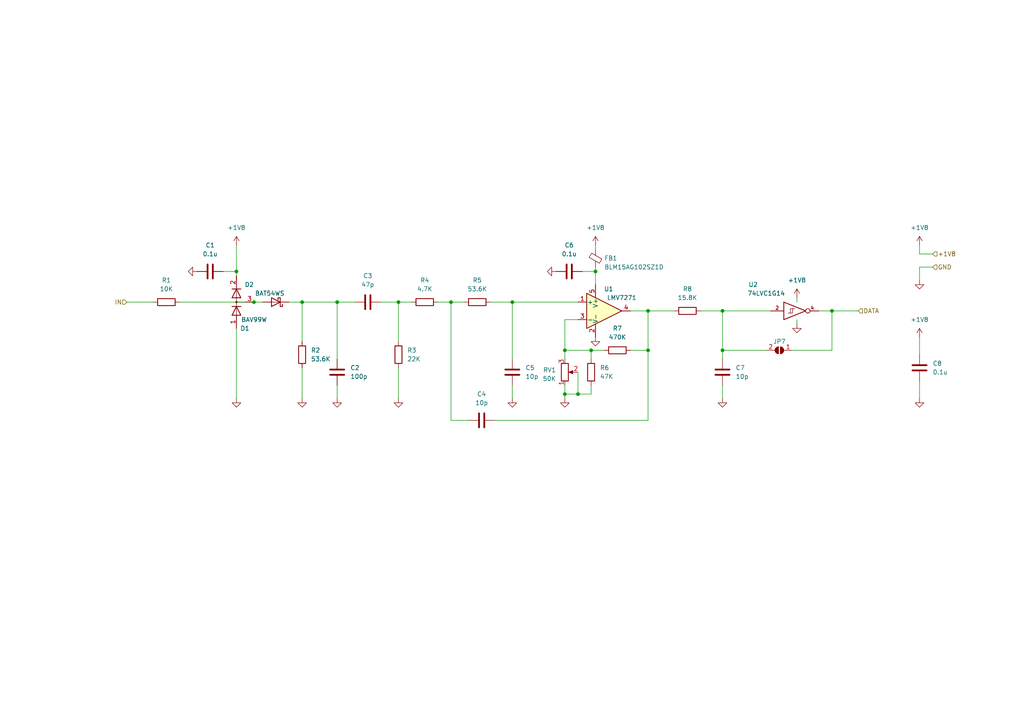
<source format=kicad_sch>
(kicad_sch (version 20221206) (generator eeschema)

  (uuid e71cbde1-8d43-4450-8a5d-ad6ba7566a5d)

  (paper "A4")

  (lib_symbols
    (symbol "74xGxx:74LVC1G14" (pin_names (offset 1.016)) (in_bom yes) (on_board yes)
      (property "Reference" "U" (at -2.54 3.81 0)
        (effects (font (size 1.27 1.27)))
      )
      (property "Value" "74LVC1G14" (at 0 -3.81 0)
        (effects (font (size 1.27 1.27)))
      )
      (property "Footprint" "" (at 0 0 0)
        (effects (font (size 1.27 1.27)) hide)
      )
      (property "Datasheet" "http://www.ti.com/lit/sg/scyt129e/scyt129e.pdf" (at 0 0 0)
        (effects (font (size 1.27 1.27)) hide)
      )
      (property "ki_keywords" "Single Gate NOT Schmitt LVC CMOS" (at 0 0 0)
        (effects (font (size 1.27 1.27)) hide)
      )
      (property "ki_description" "Single Schmitt NOT Gate, Low-Voltage CMOS" (at 0 0 0)
        (effects (font (size 1.27 1.27)) hide)
      )
      (property "ki_fp_filters" "SOT* SG-*" (at 0 0 0)
        (effects (font (size 1.27 1.27)) hide)
      )
      (symbol "74LVC1G14_0_1"
        (polyline
          (pts
            (xy -1.905 -0.635)
            (xy -1.27 -0.635)
            (xy -1.27 0.635)
          )
          (stroke (width 0) (type default))
          (fill (type none))
        )
        (polyline
          (pts
            (xy -3.81 2.54)
            (xy -3.81 -2.54)
            (xy 2.54 0)
            (xy -3.81 2.54)
          )
          (stroke (width 0.254) (type default))
          (fill (type none))
        )
        (polyline
          (pts
            (xy -2.54 -0.635)
            (xy -1.905 -0.635)
            (xy -1.905 0.635)
            (xy -0.635 0.635)
          )
          (stroke (width 0) (type default))
          (fill (type none))
        )
      )
      (symbol "74LVC1G14_1_1"
        (pin input line (at -7.62 0 0) (length 3.81)
          (name "~" (effects (font (size 1.016 1.016))))
          (number "2" (effects (font (size 1.016 1.016))))
        )
        (pin power_in line (at 0 -2.54 270) (length 0) hide
          (name "GND" (effects (font (size 1.016 1.016))))
          (number "3" (effects (font (size 1.016 1.016))))
        )
        (pin output inverted (at 6.35 0 180) (length 3.81)
          (name "~" (effects (font (size 1.016 1.016))))
          (number "4" (effects (font (size 1.016 1.016))))
        )
        (pin power_in line (at 0 2.54 90) (length 0) hide
          (name "VCC" (effects (font (size 1.016 1.016))))
          (number "5" (effects (font (size 1.016 1.016))))
        )
      )
    )
    (symbol "Comparator:LMV7271" (pin_names (offset 0.127)) (in_bom yes) (on_board yes)
      (property "Reference" "U" (at 1.27 5.08 0)
        (effects (font (size 1.27 1.27)))
      )
      (property "Value" "LMV7271" (at 3.81 -5.08 0)
        (effects (font (size 1.27 1.27)))
      )
      (property "Footprint" "" (at 0 2.54 0)
        (effects (font (size 1.27 1.27)) hide)
      )
      (property "Datasheet" "http://www.ti.com/lit/ds/symlink/lmv7271.pdf" (at 0 5.08 0)
        (effects (font (size 1.27 1.27)) hide)
      )
      (property "ki_keywords" "cmp" (at 0 0 0)
        (effects (font (size 1.27 1.27)) hide)
      )
      (property "ki_description" "Single, 1.8V Low Power, Rail-to-Rail Input, Push-Pull Output Comparator, SOT-23-5/SC-70-5" (at 0 0 0)
        (effects (font (size 1.27 1.27)) hide)
      )
      (property "ki_fp_filters" "SOT?23* *SC?70*" (at 0 0 0)
        (effects (font (size 1.27 1.27)) hide)
      )
      (symbol "LMV7271_0_1"
        (polyline
          (pts
            (xy -5.08 5.08)
            (xy 5.08 0)
            (xy -5.08 -5.08)
            (xy -5.08 5.08)
          )
          (stroke (width 0.254) (type default))
          (fill (type background))
        )
      )
      (symbol "LMV7271_1_1"
        (pin input line (at -7.62 2.54 0) (length 2.54)
          (name "+" (effects (font (size 1.27 1.27))))
          (number "1" (effects (font (size 1.27 1.27))))
        )
        (pin power_in line (at -2.54 -7.62 90) (length 3.81)
          (name "V-" (effects (font (size 1.27 1.27))))
          (number "2" (effects (font (size 1.27 1.27))))
        )
        (pin input line (at -7.62 -2.54 0) (length 2.54)
          (name "-" (effects (font (size 1.27 1.27))))
          (number "3" (effects (font (size 1.27 1.27))))
        )
        (pin output line (at 7.62 0 180) (length 2.54)
          (name "~" (effects (font (size 1.27 1.27))))
          (number "4" (effects (font (size 1.27 1.27))))
        )
        (pin power_in line (at -2.54 7.62 270) (length 3.81)
          (name "V+" (effects (font (size 1.27 1.27))))
          (number "5" (effects (font (size 1.27 1.27))))
        )
      )
    )
    (symbol "Device:C" (pin_numbers hide) (pin_names (offset 0.254)) (in_bom yes) (on_board yes)
      (property "Reference" "C" (at 0.635 2.54 0)
        (effects (font (size 1.27 1.27)) (justify left))
      )
      (property "Value" "C" (at 0.635 -2.54 0)
        (effects (font (size 1.27 1.27)) (justify left))
      )
      (property "Footprint" "" (at 0.9652 -3.81 0)
        (effects (font (size 1.27 1.27)) hide)
      )
      (property "Datasheet" "~" (at 0 0 0)
        (effects (font (size 1.27 1.27)) hide)
      )
      (property "ki_keywords" "cap capacitor" (at 0 0 0)
        (effects (font (size 1.27 1.27)) hide)
      )
      (property "ki_description" "Unpolarized capacitor" (at 0 0 0)
        (effects (font (size 1.27 1.27)) hide)
      )
      (property "ki_fp_filters" "C_*" (at 0 0 0)
        (effects (font (size 1.27 1.27)) hide)
      )
      (symbol "C_0_1"
        (polyline
          (pts
            (xy -2.032 -0.762)
            (xy 2.032 -0.762)
          )
          (stroke (width 0.508) (type default))
          (fill (type none))
        )
        (polyline
          (pts
            (xy -2.032 0.762)
            (xy 2.032 0.762)
          )
          (stroke (width 0.508) (type default))
          (fill (type none))
        )
      )
      (symbol "C_1_1"
        (pin passive line (at 0 3.81 270) (length 2.794)
          (name "~" (effects (font (size 1.27 1.27))))
          (number "1" (effects (font (size 1.27 1.27))))
        )
        (pin passive line (at 0 -3.81 90) (length 2.794)
          (name "~" (effects (font (size 1.27 1.27))))
          (number "2" (effects (font (size 1.27 1.27))))
        )
      )
    )
    (symbol "Device:D_Dual_Series_AKC" (pin_names (offset 0.762) hide) (in_bom yes) (on_board yes)
      (property "Reference" "D" (at 1.27 -2.54 0)
        (effects (font (size 1.27 1.27)))
      )
      (property "Value" "D_Dual_Series_AKC" (at 0 2.54 0)
        (effects (font (size 1.27 1.27)))
      )
      (property "Footprint" "" (at 0 0 0)
        (effects (font (size 1.27 1.27)) hide)
      )
      (property "Datasheet" "~" (at 0 0 0)
        (effects (font (size 1.27 1.27)) hide)
      )
      (property "ki_keywords" "diode" (at 0 0 0)
        (effects (font (size 1.27 1.27)) hide)
      )
      (property "ki_description" "Dual diode, anode/cathode/center" (at 0 0 0)
        (effects (font (size 1.27 1.27)) hide)
      )
      (symbol "D_Dual_Series_AKC_0_1"
        (polyline
          (pts
            (xy -3.81 0)
            (xy 3.81 0)
          )
          (stroke (width 0) (type default))
          (fill (type none))
        )
        (polyline
          (pts
            (xy 0 0)
            (xy 0 -2.54)
          )
          (stroke (width 0) (type default))
          (fill (type none))
        )
        (polyline
          (pts
            (xy 6.35 0)
            (xy 7.62 0)
          )
          (stroke (width 0) (type default))
          (fill (type none))
        )
        (polyline
          (pts
            (xy -1.27 -1.27)
            (xy -1.27 1.27)
            (xy -1.27 1.27)
          )
          (stroke (width 0.254) (type default))
          (fill (type none))
        )
        (polyline
          (pts
            (xy 3.81 1.27)
            (xy 3.81 -1.27)
            (xy 3.81 -1.27)
          )
          (stroke (width 0.254) (type default))
          (fill (type none))
        )
        (polyline
          (pts
            (xy -3.81 1.27)
            (xy -1.27 0)
            (xy -3.81 -1.27)
            (xy -3.81 1.27)
            (xy -3.81 1.27)
            (xy -3.81 1.27)
          )
          (stroke (width 0.254) (type default))
          (fill (type none))
        )
        (polyline
          (pts
            (xy 1.27 1.27)
            (xy 3.81 0)
            (xy 1.27 -1.27)
            (xy 1.27 1.27)
            (xy 1.27 1.27)
            (xy 1.27 1.27)
          )
          (stroke (width 0.254) (type default))
          (fill (type none))
        )
        (circle (center 0 0) (radius 0.254)
          (stroke (width 0) (type default))
          (fill (type outline))
        )
        (pin passive line (at -7.62 0 0) (length 3.81)
          (name "A" (effects (font (size 1.27 1.27))))
          (number "1" (effects (font (size 1.27 1.27))))
        )
        (pin passive line (at 7.62 0 180) (length 3.81)
          (name "K" (effects (font (size 1.27 1.27))))
          (number "2" (effects (font (size 1.27 1.27))))
        )
        (pin passive line (at 0 -5.08 90) (length 2.54)
          (name "common" (effects (font (size 1.27 1.27))))
          (number "3" (effects (font (size 1.27 1.27))))
        )
      )
    )
    (symbol "Device:D_Schottky" (pin_numbers hide) (pin_names (offset 1.016) hide) (in_bom yes) (on_board yes)
      (property "Reference" "D" (at 0 2.54 0)
        (effects (font (size 1.27 1.27)))
      )
      (property "Value" "D_Schottky" (at 0 -2.54 0)
        (effects (font (size 1.27 1.27)))
      )
      (property "Footprint" "" (at 0 0 0)
        (effects (font (size 1.27 1.27)) hide)
      )
      (property "Datasheet" "~" (at 0 0 0)
        (effects (font (size 1.27 1.27)) hide)
      )
      (property "ki_keywords" "diode Schottky" (at 0 0 0)
        (effects (font (size 1.27 1.27)) hide)
      )
      (property "ki_description" "Schottky diode" (at 0 0 0)
        (effects (font (size 1.27 1.27)) hide)
      )
      (property "ki_fp_filters" "TO-???* *_Diode_* *SingleDiode* D_*" (at 0 0 0)
        (effects (font (size 1.27 1.27)) hide)
      )
      (symbol "D_Schottky_0_1"
        (polyline
          (pts
            (xy 1.27 0)
            (xy -1.27 0)
          )
          (stroke (width 0) (type default))
          (fill (type none))
        )
        (polyline
          (pts
            (xy 1.27 1.27)
            (xy 1.27 -1.27)
            (xy -1.27 0)
            (xy 1.27 1.27)
          )
          (stroke (width 0.254) (type default))
          (fill (type none))
        )
        (polyline
          (pts
            (xy -1.905 0.635)
            (xy -1.905 1.27)
            (xy -1.27 1.27)
            (xy -1.27 -1.27)
            (xy -0.635 -1.27)
            (xy -0.635 -0.635)
          )
          (stroke (width 0.254) (type default))
          (fill (type none))
        )
      )
      (symbol "D_Schottky_1_1"
        (pin passive line (at -3.81 0 0) (length 2.54)
          (name "K" (effects (font (size 1.27 1.27))))
          (number "1" (effects (font (size 1.27 1.27))))
        )
        (pin passive line (at 3.81 0 180) (length 2.54)
          (name "A" (effects (font (size 1.27 1.27))))
          (number "2" (effects (font (size 1.27 1.27))))
        )
      )
    )
    (symbol "Device:FerriteBead_Small" (pin_numbers hide) (pin_names (offset 0)) (in_bom yes) (on_board yes)
      (property "Reference" "FB" (at 1.905 1.27 0)
        (effects (font (size 1.27 1.27)) (justify left))
      )
      (property "Value" "FerriteBead_Small" (at 1.905 -1.27 0)
        (effects (font (size 1.27 1.27)) (justify left))
      )
      (property "Footprint" "" (at -1.778 0 90)
        (effects (font (size 1.27 1.27)) hide)
      )
      (property "Datasheet" "~" (at 0 0 0)
        (effects (font (size 1.27 1.27)) hide)
      )
      (property "ki_keywords" "L ferrite bead inductor filter" (at 0 0 0)
        (effects (font (size 1.27 1.27)) hide)
      )
      (property "ki_description" "Ferrite bead, small symbol" (at 0 0 0)
        (effects (font (size 1.27 1.27)) hide)
      )
      (property "ki_fp_filters" "Inductor_* L_* *Ferrite*" (at 0 0 0)
        (effects (font (size 1.27 1.27)) hide)
      )
      (symbol "FerriteBead_Small_0_1"
        (polyline
          (pts
            (xy 0 -1.27)
            (xy 0 -0.7874)
          )
          (stroke (width 0) (type default))
          (fill (type none))
        )
        (polyline
          (pts
            (xy 0 0.889)
            (xy 0 1.2954)
          )
          (stroke (width 0) (type default))
          (fill (type none))
        )
        (polyline
          (pts
            (xy -1.8288 0.2794)
            (xy -1.1176 1.4986)
            (xy 1.8288 -0.2032)
            (xy 1.1176 -1.4224)
            (xy -1.8288 0.2794)
          )
          (stroke (width 0) (type default))
          (fill (type none))
        )
      )
      (symbol "FerriteBead_Small_1_1"
        (pin passive line (at 0 2.54 270) (length 1.27)
          (name "~" (effects (font (size 1.27 1.27))))
          (number "1" (effects (font (size 1.27 1.27))))
        )
        (pin passive line (at 0 -2.54 90) (length 1.27)
          (name "~" (effects (font (size 1.27 1.27))))
          (number "2" (effects (font (size 1.27 1.27))))
        )
      )
    )
    (symbol "Device:R" (pin_numbers hide) (pin_names (offset 0)) (in_bom yes) (on_board yes)
      (property "Reference" "R" (at 2.032 0 90)
        (effects (font (size 1.27 1.27)))
      )
      (property "Value" "R" (at 0 0 90)
        (effects (font (size 1.27 1.27)))
      )
      (property "Footprint" "" (at -1.778 0 90)
        (effects (font (size 1.27 1.27)) hide)
      )
      (property "Datasheet" "~" (at 0 0 0)
        (effects (font (size 1.27 1.27)) hide)
      )
      (property "ki_keywords" "R res resistor" (at 0 0 0)
        (effects (font (size 1.27 1.27)) hide)
      )
      (property "ki_description" "Resistor" (at 0 0 0)
        (effects (font (size 1.27 1.27)) hide)
      )
      (property "ki_fp_filters" "R_*" (at 0 0 0)
        (effects (font (size 1.27 1.27)) hide)
      )
      (symbol "R_0_1"
        (rectangle (start -1.016 -2.54) (end 1.016 2.54)
          (stroke (width 0.254) (type default))
          (fill (type none))
        )
      )
      (symbol "R_1_1"
        (pin passive line (at 0 3.81 270) (length 1.27)
          (name "~" (effects (font (size 1.27 1.27))))
          (number "1" (effects (font (size 1.27 1.27))))
        )
        (pin passive line (at 0 -3.81 90) (length 1.27)
          (name "~" (effects (font (size 1.27 1.27))))
          (number "2" (effects (font (size 1.27 1.27))))
        )
      )
    )
    (symbol "Device:R_Potentiometer" (pin_names (offset 1.016) hide) (in_bom yes) (on_board yes)
      (property "Reference" "RV" (at -4.445 0 90)
        (effects (font (size 1.27 1.27)))
      )
      (property "Value" "R_Potentiometer" (at -2.54 0 90)
        (effects (font (size 1.27 1.27)))
      )
      (property "Footprint" "" (at 0 0 0)
        (effects (font (size 1.27 1.27)) hide)
      )
      (property "Datasheet" "~" (at 0 0 0)
        (effects (font (size 1.27 1.27)) hide)
      )
      (property "ki_keywords" "resistor variable" (at 0 0 0)
        (effects (font (size 1.27 1.27)) hide)
      )
      (property "ki_description" "Potentiometer" (at 0 0 0)
        (effects (font (size 1.27 1.27)) hide)
      )
      (property "ki_fp_filters" "Potentiometer*" (at 0 0 0)
        (effects (font (size 1.27 1.27)) hide)
      )
      (symbol "R_Potentiometer_0_1"
        (polyline
          (pts
            (xy 2.54 0)
            (xy 1.524 0)
          )
          (stroke (width 0) (type default))
          (fill (type none))
        )
        (polyline
          (pts
            (xy 1.143 0)
            (xy 2.286 0.508)
            (xy 2.286 -0.508)
            (xy 1.143 0)
          )
          (stroke (width 0) (type default))
          (fill (type outline))
        )
        (rectangle (start 1.016 2.54) (end -1.016 -2.54)
          (stroke (width 0.254) (type default))
          (fill (type none))
        )
      )
      (symbol "R_Potentiometer_1_1"
        (pin passive line (at 0 3.81 270) (length 1.27)
          (name "1" (effects (font (size 1.27 1.27))))
          (number "1" (effects (font (size 1.27 1.27))))
        )
        (pin passive line (at 3.81 0 180) (length 1.27)
          (name "2" (effects (font (size 1.27 1.27))))
          (number "2" (effects (font (size 1.27 1.27))))
        )
        (pin passive line (at 0 -3.81 90) (length 1.27)
          (name "3" (effects (font (size 1.27 1.27))))
          (number "3" (effects (font (size 1.27 1.27))))
        )
      )
    )
    (symbol "Jumper:SolderJumper_2_Open" (pin_names (offset 0) hide) (in_bom yes) (on_board yes)
      (property "Reference" "JP" (at 0 2.032 0)
        (effects (font (size 1.27 1.27)))
      )
      (property "Value" "SolderJumper_2_Open" (at 0 -2.54 0)
        (effects (font (size 1.27 1.27)))
      )
      (property "Footprint" "" (at 0 0 0)
        (effects (font (size 1.27 1.27)) hide)
      )
      (property "Datasheet" "~" (at 0 0 0)
        (effects (font (size 1.27 1.27)) hide)
      )
      (property "ki_keywords" "solder jumper SPST" (at 0 0 0)
        (effects (font (size 1.27 1.27)) hide)
      )
      (property "ki_description" "Solder Jumper, 2-pole, open" (at 0 0 0)
        (effects (font (size 1.27 1.27)) hide)
      )
      (property "ki_fp_filters" "SolderJumper*Open*" (at 0 0 0)
        (effects (font (size 1.27 1.27)) hide)
      )
      (symbol "SolderJumper_2_Open_0_1"
        (arc (start -0.254 1.016) (mid -1.2656 0) (end -0.254 -1.016)
          (stroke (width 0) (type default))
          (fill (type none))
        )
        (arc (start -0.254 1.016) (mid -1.2656 0) (end -0.254 -1.016)
          (stroke (width 0) (type default))
          (fill (type outline))
        )
        (polyline
          (pts
            (xy -0.254 1.016)
            (xy -0.254 -1.016)
          )
          (stroke (width 0) (type default))
          (fill (type none))
        )
        (polyline
          (pts
            (xy 0.254 1.016)
            (xy 0.254 -1.016)
          )
          (stroke (width 0) (type default))
          (fill (type none))
        )
        (arc (start 0.254 -1.016) (mid 1.2656 0) (end 0.254 1.016)
          (stroke (width 0) (type default))
          (fill (type none))
        )
        (arc (start 0.254 -1.016) (mid 1.2656 0) (end 0.254 1.016)
          (stroke (width 0) (type default))
          (fill (type outline))
        )
      )
      (symbol "SolderJumper_2_Open_1_1"
        (pin passive line (at -3.81 0 0) (length 2.54)
          (name "A" (effects (font (size 1.27 1.27))))
          (number "1" (effects (font (size 1.27 1.27))))
        )
        (pin passive line (at 3.81 0 180) (length 2.54)
          (name "B" (effects (font (size 1.27 1.27))))
          (number "2" (effects (font (size 1.27 1.27))))
        )
      )
    )
    (symbol "power:+1V8" (power) (pin_names (offset 0)) (in_bom yes) (on_board yes)
      (property "Reference" "#PWR" (at 0 -3.81 0)
        (effects (font (size 1.27 1.27)) hide)
      )
      (property "Value" "+1V8" (at 0 3.556 0)
        (effects (font (size 1.27 1.27)))
      )
      (property "Footprint" "" (at 0 0 0)
        (effects (font (size 1.27 1.27)) hide)
      )
      (property "Datasheet" "" (at 0 0 0)
        (effects (font (size 1.27 1.27)) hide)
      )
      (property "ki_keywords" "power-flag" (at 0 0 0)
        (effects (font (size 1.27 1.27)) hide)
      )
      (property "ki_description" "Power symbol creates a global label with name \"+1V8\"" (at 0 0 0)
        (effects (font (size 1.27 1.27)) hide)
      )
      (symbol "+1V8_0_1"
        (polyline
          (pts
            (xy -0.762 1.27)
            (xy 0 2.54)
          )
          (stroke (width 0) (type default))
          (fill (type none))
        )
        (polyline
          (pts
            (xy 0 0)
            (xy 0 2.54)
          )
          (stroke (width 0) (type default))
          (fill (type none))
        )
        (polyline
          (pts
            (xy 0 2.54)
            (xy 0.762 1.27)
          )
          (stroke (width 0) (type default))
          (fill (type none))
        )
      )
      (symbol "+1V8_1_1"
        (pin power_in line (at 0 0 90) (length 0) hide
          (name "+1V8" (effects (font (size 1.27 1.27))))
          (number "1" (effects (font (size 1.27 1.27))))
        )
      )
    )
    (symbol "power:GND" (power) (pin_names (offset 0)) (in_bom yes) (on_board yes)
      (property "Reference" "#PWR" (at 0 -6.35 0)
        (effects (font (size 1.27 1.27)) hide)
      )
      (property "Value" "GND" (at 0 -3.81 0)
        (effects (font (size 1.27 1.27)))
      )
      (property "Footprint" "" (at 0 0 0)
        (effects (font (size 1.27 1.27)) hide)
      )
      (property "Datasheet" "" (at 0 0 0)
        (effects (font (size 1.27 1.27)) hide)
      )
      (property "ki_keywords" "power-flag" (at 0 0 0)
        (effects (font (size 1.27 1.27)) hide)
      )
      (property "ki_description" "Power symbol creates a global label with name \"GND\" , ground" (at 0 0 0)
        (effects (font (size 1.27 1.27)) hide)
      )
      (symbol "GND_0_1"
        (polyline
          (pts
            (xy 0 0)
            (xy 0 -1.27)
            (xy 1.27 -1.27)
            (xy 0 -2.54)
            (xy -1.27 -1.27)
            (xy 0 -1.27)
          )
          (stroke (width 0) (type default))
          (fill (type none))
        )
      )
      (symbol "GND_1_1"
        (pin power_in line (at 0 0 270) (length 0) hide
          (name "GND" (effects (font (size 1.27 1.27))))
          (number "1" (effects (font (size 1.27 1.27))))
        )
      )
    )
  )

  (junction (at 97.79 87.63) (diameter 0) (color 0 0 0 0)
    (uuid 00de7870-9a00-4d11-bbdf-d8a627943be2)
  )
  (junction (at 241.3 90.17) (diameter 0) (color 0 0 0 0)
    (uuid 06fa2f0f-58fa-4a66-b725-26bebcf85d6c)
  )
  (junction (at 163.83 101.6) (diameter 0) (color 0 0 0 0)
    (uuid 0c288d37-ec53-4198-bb26-6a95969e019e)
  )
  (junction (at 187.96 101.6) (diameter 0) (color 0 0 0 0)
    (uuid 0cb27898-4be0-4d24-be60-ed136bed9225)
  )
  (junction (at 163.83 114.3) (diameter 0) (color 0 0 0 0)
    (uuid 2b752bd0-9b45-41ab-a677-ccbe0c2e7385)
  )
  (junction (at 68.58 78.74) (diameter 0) (color 0 0 0 0)
    (uuid 31a1520c-732c-4761-9a7f-e90116d2b726)
  )
  (junction (at 172.72 78.74) (diameter 0) (color 0 0 0 0)
    (uuid 32ee224b-4743-49d3-a4fe-83205dc0a0e7)
  )
  (junction (at 148.59 87.63) (diameter 0) (color 0 0 0 0)
    (uuid 51ae223c-35e8-421e-a8f1-db785661a0a2)
  )
  (junction (at 209.55 90.17) (diameter 0) (color 0 0 0 0)
    (uuid 5838832d-4e5d-453d-9e6b-72ceb0ce0f56)
  )
  (junction (at 87.63 87.63) (diameter 0) (color 0 0 0 0)
    (uuid 737ec7ec-c661-471b-962d-e783af865cd7)
  )
  (junction (at 171.45 101.6) (diameter 0) (color 0 0 0 0)
    (uuid 7b2beea6-f2d7-4f1c-adb9-5376838efeef)
  )
  (junction (at 73.66 87.63) (diameter 0) (color 0 0 0 0)
    (uuid 8080ac33-807c-4867-9595-40dd22b45ce7)
  )
  (junction (at 167.64 114.3) (diameter 0) (color 0 0 0 0)
    (uuid 991c80ec-e9b5-4d8e-bd4a-e2c5f56ebe4c)
  )
  (junction (at 209.55 101.6) (diameter 0) (color 0 0 0 0)
    (uuid ae87fef0-d7f3-4874-919f-b47aefd57dfb)
  )
  (junction (at 115.57 87.63) (diameter 0) (color 0 0 0 0)
    (uuid bb20baa0-267e-4287-a6dc-e0210b334bfb)
  )
  (junction (at 187.96 90.17) (diameter 0) (color 0 0 0 0)
    (uuid cb0ef679-1507-4205-afd2-88badc865905)
  )
  (junction (at 130.81 87.63) (diameter 0) (color 0 0 0 0)
    (uuid df5d19aa-6fce-4077-bed8-e4224e2be31f)
  )

  (wire (pts (xy 130.81 121.92) (xy 130.81 87.63))
    (stroke (width 0) (type default))
    (uuid 007c8fd1-41af-4c6b-9e52-068d7325f559)
  )
  (wire (pts (xy 270.51 77.47) (xy 266.7 77.47))
    (stroke (width 0) (type default))
    (uuid 0291dd08-6d6a-4fc2-888b-b4c939cf2275)
  )
  (wire (pts (xy 175.26 101.6) (xy 171.45 101.6))
    (stroke (width 0) (type default))
    (uuid 0a59740e-b8a0-4713-806e-795f54f81008)
  )
  (wire (pts (xy 87.63 106.68) (xy 87.63 115.57))
    (stroke (width 0) (type default))
    (uuid 0c613798-b279-46df-b30b-bca81e077689)
  )
  (wire (pts (xy 163.83 111.76) (xy 163.83 114.3))
    (stroke (width 0) (type default))
    (uuid 14044878-65bf-4fde-9792-5f1dadae9816)
  )
  (wire (pts (xy 68.58 95.25) (xy 68.58 115.57))
    (stroke (width 0) (type default))
    (uuid 175923ec-6c24-4f44-8b79-a2d24d0d4978)
  )
  (wire (pts (xy 187.96 90.17) (xy 182.88 90.17))
    (stroke (width 0) (type default))
    (uuid 1940cb0c-cbfd-4e00-88a5-5caaf713fd20)
  )
  (wire (pts (xy 266.7 110.49) (xy 266.7 115.57))
    (stroke (width 0) (type default))
    (uuid 1b781cf8-c822-43c0-b5e8-b14505be3f3b)
  )
  (wire (pts (xy 163.83 92.71) (xy 167.64 92.71))
    (stroke (width 0) (type default))
    (uuid 3ed8332b-6701-4ad4-a88d-4390004669f9)
  )
  (wire (pts (xy 209.55 90.17) (xy 209.55 101.6))
    (stroke (width 0) (type default))
    (uuid 455b2a94-2095-46d6-a7e4-776193697236)
  )
  (wire (pts (xy 172.72 77.47) (xy 172.72 78.74))
    (stroke (width 0) (type default))
    (uuid 466b39ac-32bb-4038-8cba-b26ebf557ff1)
  )
  (wire (pts (xy 97.79 104.14) (xy 97.79 87.63))
    (stroke (width 0) (type default))
    (uuid 4ac6e9f9-d5f7-411f-b1d5-ef00b897d5b8)
  )
  (wire (pts (xy 187.96 101.6) (xy 182.88 101.6))
    (stroke (width 0) (type default))
    (uuid 4b3eefa7-eeb0-41b6-8f2f-1f603e27a518)
  )
  (wire (pts (xy 163.83 115.57) (xy 163.83 114.3))
    (stroke (width 0) (type default))
    (uuid 4d70c09c-15b9-4ac1-95c2-485622b4f187)
  )
  (wire (pts (xy 172.72 72.39) (xy 172.72 71.12))
    (stroke (width 0) (type default))
    (uuid 4f0a3459-1fe5-4a37-a87f-e891478e3147)
  )
  (wire (pts (xy 266.7 71.12) (xy 266.7 73.66))
    (stroke (width 0) (type default))
    (uuid 524b8a33-5f40-4e8c-92e9-f6e40348096f)
  )
  (wire (pts (xy 241.3 90.17) (xy 237.49 90.17))
    (stroke (width 0) (type default))
    (uuid 549805ad-7db2-4bb7-a0c0-7c4b61211705)
  )
  (wire (pts (xy 168.91 78.74) (xy 172.72 78.74))
    (stroke (width 0) (type default))
    (uuid 54efe2bc-1d32-4702-8e45-00b5a64880d4)
  )
  (wire (pts (xy 73.66 87.63) (xy 76.2 87.63))
    (stroke (width 0) (type default))
    (uuid 55f4e76f-083a-43f6-a816-846bf5a2468c)
  )
  (wire (pts (xy 127 87.63) (xy 130.81 87.63))
    (stroke (width 0) (type default))
    (uuid 580b2420-58e7-413f-9699-c58c126cd0b8)
  )
  (wire (pts (xy 97.79 111.76) (xy 97.79 115.57))
    (stroke (width 0) (type default))
    (uuid 5933404b-400d-4a57-8c62-22f1c0639707)
  )
  (wire (pts (xy 209.55 101.6) (xy 222.25 101.6))
    (stroke (width 0) (type default))
    (uuid 5942c6e8-3df2-4e49-a6cc-7864a1c2238a)
  )
  (wire (pts (xy 248.92 90.17) (xy 241.3 90.17))
    (stroke (width 0) (type default))
    (uuid 5ecdc307-b27a-4248-9609-496557f1d725)
  )
  (wire (pts (xy 83.82 87.63) (xy 87.63 87.63))
    (stroke (width 0) (type default))
    (uuid 60edfdb8-8a1b-401b-891b-c4196f22b6fc)
  )
  (wire (pts (xy 68.58 78.74) (xy 68.58 80.01))
    (stroke (width 0) (type default))
    (uuid 6711c7ea-c737-4090-a961-4158fb0e191b)
  )
  (wire (pts (xy 64.77 78.74) (xy 68.58 78.74))
    (stroke (width 0) (type default))
    (uuid 68718a24-68c9-4a0f-b3b1-72a7e7eafd0e)
  )
  (wire (pts (xy 68.58 71.12) (xy 68.58 78.74))
    (stroke (width 0) (type default))
    (uuid 69279710-c43a-4d8e-a416-c3c9947980a1)
  )
  (wire (pts (xy 163.83 104.14) (xy 163.83 101.6))
    (stroke (width 0) (type default))
    (uuid 6aef9c96-dccb-4d2d-9620-b87d2dd4d03c)
  )
  (wire (pts (xy 171.45 101.6) (xy 171.45 104.14))
    (stroke (width 0) (type default))
    (uuid 6b8d42b0-2308-45ad-8ebe-0f5b9d0c0a23)
  )
  (wire (pts (xy 148.59 87.63) (xy 167.64 87.63))
    (stroke (width 0) (type default))
    (uuid 6cff9fc6-ea2f-410f-af17-b50630b43eb6)
  )
  (wire (pts (xy 209.55 101.6) (xy 209.55 104.14))
    (stroke (width 0) (type default))
    (uuid 6d487b32-d022-4cae-9e13-c19cd2f77bb6)
  )
  (wire (pts (xy 148.59 111.76) (xy 148.59 115.57))
    (stroke (width 0) (type default))
    (uuid 6f334e12-a766-4f2a-b19f-888c7db8a4eb)
  )
  (wire (pts (xy 270.51 73.66) (xy 266.7 73.66))
    (stroke (width 0) (type default))
    (uuid 78bd4f40-91a4-4375-a2ab-8221c1bbe7ee)
  )
  (wire (pts (xy 115.57 106.68) (xy 115.57 115.57))
    (stroke (width 0) (type default))
    (uuid 7c2e1171-b664-4323-a563-bc9e2bff93e5)
  )
  (wire (pts (xy 130.81 121.92) (xy 135.89 121.92))
    (stroke (width 0) (type default))
    (uuid 7ceb2689-007c-491b-859d-eedb6dda0d04)
  )
  (wire (pts (xy 148.59 104.14) (xy 148.59 87.63))
    (stroke (width 0) (type default))
    (uuid 7d7cb5d3-d26a-481e-b79f-1e5735a8439c)
  )
  (wire (pts (xy 52.07 87.63) (xy 73.66 87.63))
    (stroke (width 0) (type default))
    (uuid 7fd546e3-39c4-4f7d-b06a-c0a686a92755)
  )
  (wire (pts (xy 231.14 92.71) (xy 231.14 93.98))
    (stroke (width 0) (type default))
    (uuid 8388a833-fae5-451b-953a-a3ee643d439d)
  )
  (wire (pts (xy 163.83 114.3) (xy 167.64 114.3))
    (stroke (width 0) (type default))
    (uuid 840ad59f-665f-44c7-8cc3-9ace3481d655)
  )
  (wire (pts (xy 115.57 87.63) (xy 115.57 99.06))
    (stroke (width 0) (type default))
    (uuid 857d94da-cf0c-4afe-b8b6-75130a2ce4b1)
  )
  (wire (pts (xy 172.72 78.74) (xy 172.72 82.55))
    (stroke (width 0) (type default))
    (uuid 86f17567-4836-4f54-a47b-1ec4b83579bc)
  )
  (wire (pts (xy 110.49 87.63) (xy 115.57 87.63))
    (stroke (width 0) (type default))
    (uuid 87d98712-f065-4192-ba02-217c72bf1fb9)
  )
  (wire (pts (xy 87.63 87.63) (xy 87.63 99.06))
    (stroke (width 0) (type default))
    (uuid 89a30c68-8f86-4b6f-bc70-6530a84bf042)
  )
  (wire (pts (xy 231.14 86.36) (xy 231.14 87.63))
    (stroke (width 0) (type default))
    (uuid 90933b37-2e85-460c-971d-c6bb6dc69cdc)
  )
  (wire (pts (xy 143.51 121.92) (xy 187.96 121.92))
    (stroke (width 0) (type default))
    (uuid 97aefa04-92fd-470a-aec9-6035cc497ba0)
  )
  (wire (pts (xy 171.45 111.76) (xy 171.45 114.3))
    (stroke (width 0) (type default))
    (uuid 99309bdd-af5d-4398-b2e2-78673856ff0f)
  )
  (wire (pts (xy 203.2 90.17) (xy 209.55 90.17))
    (stroke (width 0) (type default))
    (uuid 9c9fbf37-c949-4a7c-9765-7a6f7fc61319)
  )
  (wire (pts (xy 266.7 77.47) (xy 266.7 81.28))
    (stroke (width 0) (type default))
    (uuid a1a11db1-9a61-47c5-9593-5147d0d5aaf3)
  )
  (wire (pts (xy 209.55 111.76) (xy 209.55 115.57))
    (stroke (width 0) (type default))
    (uuid a98ff767-6c6e-4e6e-9133-ace79b8658ef)
  )
  (wire (pts (xy 142.24 87.63) (xy 148.59 87.63))
    (stroke (width 0) (type default))
    (uuid aef50d13-68f2-466e-99b6-1be352c19f5a)
  )
  (wire (pts (xy 97.79 87.63) (xy 102.87 87.63))
    (stroke (width 0) (type default))
    (uuid be30ab90-2e23-4ec0-9ae5-36448abb3732)
  )
  (wire (pts (xy 36.83 87.63) (xy 44.45 87.63))
    (stroke (width 0) (type default))
    (uuid c145811c-51dd-4acb-b97b-e91816b42548)
  )
  (wire (pts (xy 171.45 101.6) (xy 163.83 101.6))
    (stroke (width 0) (type default))
    (uuid c8496845-3a6b-4178-bb51-81266661d605)
  )
  (wire (pts (xy 241.3 101.6) (xy 241.3 90.17))
    (stroke (width 0) (type default))
    (uuid c9861731-4e89-4fca-83d3-e952596d30bc)
  )
  (wire (pts (xy 167.64 107.95) (xy 167.64 114.3))
    (stroke (width 0) (type default))
    (uuid cd90ded9-4112-4b09-8690-01d2491c0172)
  )
  (wire (pts (xy 209.55 90.17) (xy 223.52 90.17))
    (stroke (width 0) (type default))
    (uuid d69927cb-6a86-4469-a5ed-a01d1f721836)
  )
  (wire (pts (xy 266.7 97.79) (xy 266.7 102.87))
    (stroke (width 0) (type default))
    (uuid d9061a9f-a855-45e3-bf69-9154e348c39d)
  )
  (wire (pts (xy 87.63 87.63) (xy 97.79 87.63))
    (stroke (width 0) (type default))
    (uuid df1ed28d-839f-46f8-9d6d-fa79449015c8)
  )
  (wire (pts (xy 167.64 114.3) (xy 171.45 114.3))
    (stroke (width 0) (type default))
    (uuid e2a086e2-a69b-4d38-b80d-f6f527488285)
  )
  (wire (pts (xy 115.57 87.63) (xy 119.38 87.63))
    (stroke (width 0) (type default))
    (uuid e421bd4d-5040-4e2f-8cc1-eff1ac3833e9)
  )
  (wire (pts (xy 187.96 121.92) (xy 187.96 101.6))
    (stroke (width 0) (type default))
    (uuid ea8f69cd-e8dd-4f5d-afd8-cfe96b43f956)
  )
  (wire (pts (xy 195.58 90.17) (xy 187.96 90.17))
    (stroke (width 0) (type default))
    (uuid f707fa9f-996f-40f3-b25e-a369a8f43124)
  )
  (wire (pts (xy 130.81 87.63) (xy 134.62 87.63))
    (stroke (width 0) (type default))
    (uuid f7918e07-877e-428c-a25e-1765efa9587c)
  )
  (wire (pts (xy 229.87 101.6) (xy 241.3 101.6))
    (stroke (width 0) (type default))
    (uuid fb08085b-cbd6-4840-96ab-5e4e715463cd)
  )
  (wire (pts (xy 187.96 101.6) (xy 187.96 90.17))
    (stroke (width 0) (type default))
    (uuid fcc85f85-6144-4606-bb87-0dcc01eebf46)
  )
  (wire (pts (xy 163.83 101.6) (xy 163.83 92.71))
    (stroke (width 0) (type default))
    (uuid ff312b7a-6b99-49b1-9f76-8dfbe7acbaaf)
  )

  (hierarchical_label "GND" (shape input) (at 270.51 77.47 0) (fields_autoplaced)
    (effects (font (size 1.27 1.27)) (justify left))
    (uuid 70c3f533-1608-474d-b776-a6560e725976)
  )
  (hierarchical_label "IN" (shape input) (at 36.83 87.63 180) (fields_autoplaced)
    (effects (font (size 1.27 1.27)) (justify right))
    (uuid b7e76614-091a-469f-ab0f-aaa0fa415b87)
  )
  (hierarchical_label "DATA" (shape input) (at 248.92 90.17 0) (fields_autoplaced)
    (effects (font (size 1.27 1.27)) (justify left))
    (uuid c192b8ca-0ff8-4c67-b007-49c965aef5d6)
  )
  (hierarchical_label "+1V8" (shape input) (at 270.51 73.66 0) (fields_autoplaced)
    (effects (font (size 1.27 1.27)) (justify left))
    (uuid e8320d20-534e-46e0-a34d-817a0b86fb46)
  )

  (symbol (lib_id "power:+1V8") (at 266.7 97.79 0) (unit 1)
    (in_bom yes) (on_board yes) (dnp no) (fields_autoplaced)
    (uuid 01aa758e-f8a8-43d3-b90a-83818fc53529)
    (property "Reference" "#PWR027" (at 266.7 101.6 0)
      (effects (font (size 1.27 1.27)) hide)
    )
    (property "Value" "+1V8" (at 266.7 92.71 0)
      (effects (font (size 1.27 1.27)))
    )
    (property "Footprint" "" (at 266.7 97.79 0)
      (effects (font (size 1.27 1.27)) hide)
    )
    (property "Datasheet" "" (at 266.7 97.79 0)
      (effects (font (size 1.27 1.27)) hide)
    )
    (pin "1" (uuid 57fc0ff2-b30f-4e01-baac-c0a77d14a3cd))
    (instances
      (project "Kampela"
        (path "/472e0f49-51e5-4b9c-a9f6-6aed0741c677/67eb4c15-878d-4392-8f98-b0db1677ce0d"
          (reference "#PWR027") (unit 1)
        )
      )
    )
  )

  (symbol (lib_id "power:GND") (at 87.63 115.57 0) (unit 1)
    (in_bom yes) (on_board yes) (dnp no) (fields_autoplaced)
    (uuid 0539ef8b-b983-4ca7-a253-7c124575010a)
    (property "Reference" "#PWR014" (at 87.63 121.92 0)
      (effects (font (size 1.27 1.27)) hide)
    )
    (property "Value" "GND" (at 87.63 120.65 0)
      (effects (font (size 1.27 1.27)) hide)
    )
    (property "Footprint" "" (at 87.63 115.57 0)
      (effects (font (size 1.27 1.27)) hide)
    )
    (property "Datasheet" "" (at 87.63 115.57 0)
      (effects (font (size 1.27 1.27)) hide)
    )
    (pin "1" (uuid 0a42f56c-f5e8-4b82-9cb5-8e5780969e81))
    (instances
      (project "Kampela"
        (path "/472e0f49-51e5-4b9c-a9f6-6aed0741c677/67eb4c15-878d-4392-8f98-b0db1677ce0d"
          (reference "#PWR014") (unit 1)
        )
      )
    )
  )

  (symbol (lib_id "Device:R") (at 138.43 87.63 270) (unit 1)
    (in_bom yes) (on_board yes) (dnp no) (fields_autoplaced)
    (uuid 0c83e882-6571-41f8-999a-28ac40d7e999)
    (property "Reference" "R5" (at 138.43 81.28 90)
      (effects (font (size 1.27 1.27)))
    )
    (property "Value" "53.6K" (at 138.43 83.82 90)
      (effects (font (size 1.27 1.27)))
    )
    (property "Footprint" "Resistor_SMD:R_0402_1005Metric" (at 138.43 85.852 90)
      (effects (font (size 1.27 1.27)) hide)
    )
    (property "Datasheet" "~" (at 138.43 87.63 0)
      (effects (font (size 1.27 1.27)) hide)
    )
    (pin "1" (uuid acda1d65-0a0a-4d9d-914a-512c9450b503))
    (pin "2" (uuid 5d8c8369-4cac-4227-900e-bb0fbacfde62))
    (instances
      (project "Kampela"
        (path "/472e0f49-51e5-4b9c-a9f6-6aed0741c677/67eb4c15-878d-4392-8f98-b0db1677ce0d"
          (reference "R5") (unit 1)
        )
      )
    )
  )

  (symbol (lib_id "Device:C") (at 209.55 107.95 0) (unit 1)
    (in_bom yes) (on_board yes) (dnp no) (fields_autoplaced)
    (uuid 0ce4c908-2449-4852-9dcc-a4dbd1cee101)
    (property "Reference" "C7" (at 213.36 106.6799 0)
      (effects (font (size 1.27 1.27)) (justify left))
    )
    (property "Value" "10p" (at 213.36 109.2199 0)
      (effects (font (size 1.27 1.27)) (justify left))
    )
    (property "Footprint" "Capacitor_SMD:C_0402_1005Metric" (at 210.5152 111.76 0)
      (effects (font (size 1.27 1.27)) hide)
    )
    (property "Datasheet" "~" (at 209.55 107.95 0)
      (effects (font (size 1.27 1.27)) hide)
    )
    (pin "1" (uuid 3e5e7ec7-05db-4291-b478-c6e40a3a4fc2))
    (pin "2" (uuid c170abb8-7095-4d5d-af51-8c29903f9a41))
    (instances
      (project "Kampela"
        (path "/472e0f49-51e5-4b9c-a9f6-6aed0741c677/67eb4c15-878d-4392-8f98-b0db1677ce0d"
          (reference "C7") (unit 1)
        )
      )
    )
  )

  (symbol (lib_id "power:GND") (at 148.59 115.57 0) (unit 1)
    (in_bom yes) (on_board yes) (dnp no) (fields_autoplaced)
    (uuid 0e3d41e1-3c08-4789-adc6-49c37c2005b0)
    (property "Reference" "#PWR017" (at 148.59 121.92 0)
      (effects (font (size 1.27 1.27)) hide)
    )
    (property "Value" "GND" (at 148.59 120.65 0)
      (effects (font (size 1.27 1.27)) hide)
    )
    (property "Footprint" "" (at 148.59 115.57 0)
      (effects (font (size 1.27 1.27)) hide)
    )
    (property "Datasheet" "" (at 148.59 115.57 0)
      (effects (font (size 1.27 1.27)) hide)
    )
    (pin "1" (uuid aec0e536-9f42-4b65-8ef3-b026dab46123))
    (instances
      (project "Kampela"
        (path "/472e0f49-51e5-4b9c-a9f6-6aed0741c677/67eb4c15-878d-4392-8f98-b0db1677ce0d"
          (reference "#PWR017") (unit 1)
        )
      )
    )
  )

  (symbol (lib_id "power:GND") (at 57.15 78.74 270) (unit 1)
    (in_bom yes) (on_board yes) (dnp no) (fields_autoplaced)
    (uuid 119d999a-be8e-4f51-8971-e0dd4113037b)
    (property "Reference" "#PWR011" (at 50.8 78.74 0)
      (effects (font (size 1.27 1.27)) hide)
    )
    (property "Value" "GND" (at 52.07 78.74 0)
      (effects (font (size 1.27 1.27)) hide)
    )
    (property "Footprint" "" (at 57.15 78.74 0)
      (effects (font (size 1.27 1.27)) hide)
    )
    (property "Datasheet" "" (at 57.15 78.74 0)
      (effects (font (size 1.27 1.27)) hide)
    )
    (pin "1" (uuid 275d2889-bc64-4128-87a8-a36e9b2b8c91))
    (instances
      (project "Kampela"
        (path "/472e0f49-51e5-4b9c-a9f6-6aed0741c677/67eb4c15-878d-4392-8f98-b0db1677ce0d"
          (reference "#PWR011") (unit 1)
        )
      )
    )
  )

  (symbol (lib_id "power:GND") (at 231.14 93.98 0) (unit 1)
    (in_bom yes) (on_board yes) (dnp no) (fields_autoplaced)
    (uuid 11f4868a-5ce5-463b-837e-2ca529663979)
    (property "Reference" "#PWR024" (at 231.14 100.33 0)
      (effects (font (size 1.27 1.27)) hide)
    )
    (property "Value" "GND" (at 231.14 99.06 0)
      (effects (font (size 1.27 1.27)) hide)
    )
    (property "Footprint" "" (at 231.14 93.98 0)
      (effects (font (size 1.27 1.27)) hide)
    )
    (property "Datasheet" "" (at 231.14 93.98 0)
      (effects (font (size 1.27 1.27)) hide)
    )
    (pin "1" (uuid 3d710620-d5f6-4366-ad26-97436f4025f7))
    (instances
      (project "Kampela"
        (path "/472e0f49-51e5-4b9c-a9f6-6aed0741c677/67eb4c15-878d-4392-8f98-b0db1677ce0d"
          (reference "#PWR024") (unit 1)
        )
      )
    )
  )

  (symbol (lib_id "Comparator:LMV7271") (at 175.26 90.17 0) (unit 1)
    (in_bom yes) (on_board yes) (dnp no)
    (uuid 371d1979-8e48-4352-a3d6-cf8a718c7500)
    (property "Reference" "U1" (at 176.53 83.82 0)
      (effects (font (size 1.27 1.27)))
    )
    (property "Value" "LMV7271" (at 180.34 86.36 0)
      (effects (font (size 1.27 1.27)))
    )
    (property "Footprint" "Package_TO_SOT_SMD:SOT-353_SC-70-5" (at 175.26 87.63 0)
      (effects (font (size 1.27 1.27)) hide)
    )
    (property "Datasheet" "http://www.ti.com/lit/ds/symlink/lmv7271.pdf" (at 175.26 85.09 0)
      (effects (font (size 1.27 1.27)) hide)
    )
    (pin "1" (uuid 3b36f16f-e17d-42c4-88c7-f51f77ddb59a))
    (pin "2" (uuid a37d5180-00f7-4610-9acc-54e7eb22e4c7))
    (pin "3" (uuid 4399abb4-58f5-4cf8-98ac-83b037389e51))
    (pin "4" (uuid d48486a9-f29b-4728-b780-5c3fbe838079))
    (pin "5" (uuid 2590a9d7-4c53-411c-842e-22955363760f))
    (instances
      (project "Kampela"
        (path "/472e0f49-51e5-4b9c-a9f6-6aed0741c677/67eb4c15-878d-4392-8f98-b0db1677ce0d"
          (reference "U1") (unit 1)
        )
      )
    )
  )

  (symbol (lib_id "power:GND") (at 209.55 115.57 0) (unit 1)
    (in_bom yes) (on_board yes) (dnp no) (fields_autoplaced)
    (uuid 3ee8f3c1-267a-4cf8-9f66-0c825eebc1be)
    (property "Reference" "#PWR022" (at 209.55 121.92 0)
      (effects (font (size 1.27 1.27)) hide)
    )
    (property "Value" "GND" (at 209.55 120.65 0)
      (effects (font (size 1.27 1.27)) hide)
    )
    (property "Footprint" "" (at 209.55 115.57 0)
      (effects (font (size 1.27 1.27)) hide)
    )
    (property "Datasheet" "" (at 209.55 115.57 0)
      (effects (font (size 1.27 1.27)) hide)
    )
    (pin "1" (uuid f882e344-ea3d-47e9-b42a-e292124fe34f))
    (instances
      (project "Kampela"
        (path "/472e0f49-51e5-4b9c-a9f6-6aed0741c677/67eb4c15-878d-4392-8f98-b0db1677ce0d"
          (reference "#PWR022") (unit 1)
        )
      )
    )
  )

  (symbol (lib_id "Device:R") (at 179.07 101.6 270) (unit 1)
    (in_bom yes) (on_board yes) (dnp no) (fields_autoplaced)
    (uuid 4447b78d-57f3-4961-a119-93a1157d6149)
    (property "Reference" "R7" (at 179.07 95.25 90)
      (effects (font (size 1.27 1.27)))
    )
    (property "Value" "470K" (at 179.07 97.79 90)
      (effects (font (size 1.27 1.27)))
    )
    (property "Footprint" "Resistor_SMD:R_0402_1005Metric" (at 179.07 99.822 90)
      (effects (font (size 1.27 1.27)) hide)
    )
    (property "Datasheet" "~" (at 179.07 101.6 0)
      (effects (font (size 1.27 1.27)) hide)
    )
    (pin "1" (uuid 113dd5e5-977b-4956-a16b-44666a78431e))
    (pin "2" (uuid 2a0752de-5e47-4a36-aefd-6468c869caca))
    (instances
      (project "Kampela"
        (path "/472e0f49-51e5-4b9c-a9f6-6aed0741c677/67eb4c15-878d-4392-8f98-b0db1677ce0d"
          (reference "R7") (unit 1)
        )
      )
    )
  )

  (symbol (lib_id "Device:R") (at 171.45 107.95 0) (unit 1)
    (in_bom yes) (on_board yes) (dnp no) (fields_autoplaced)
    (uuid 5232d687-323c-47f3-8577-bddb659de042)
    (property "Reference" "R6" (at 173.99 106.6799 0)
      (effects (font (size 1.27 1.27)) (justify left))
    )
    (property "Value" "47K" (at 173.99 109.2199 0)
      (effects (font (size 1.27 1.27)) (justify left))
    )
    (property "Footprint" "Resistor_SMD:R_0402_1005Metric" (at 169.672 107.95 90)
      (effects (font (size 1.27 1.27)) hide)
    )
    (property "Datasheet" "~" (at 171.45 107.95 0)
      (effects (font (size 1.27 1.27)) hide)
    )
    (pin "1" (uuid 594597c5-cb6e-4b6d-a711-8f429c5e0e4c))
    (pin "2" (uuid 86a89329-0e3e-4ae4-8f23-40be931d5b91))
    (instances
      (project "Kampela"
        (path "/472e0f49-51e5-4b9c-a9f6-6aed0741c677/67eb4c15-878d-4392-8f98-b0db1677ce0d"
          (reference "R6") (unit 1)
        )
      )
    )
  )

  (symbol (lib_id "Device:R") (at 123.19 87.63 270) (unit 1)
    (in_bom yes) (on_board yes) (dnp no) (fields_autoplaced)
    (uuid 53149cbb-4127-492d-bee1-6779296a429e)
    (property "Reference" "R4" (at 123.19 81.28 90)
      (effects (font (size 1.27 1.27)))
    )
    (property "Value" "4.7K" (at 123.19 83.82 90)
      (effects (font (size 1.27 1.27)))
    )
    (property "Footprint" "Resistor_SMD:R_0402_1005Metric" (at 123.19 85.852 90)
      (effects (font (size 1.27 1.27)) hide)
    )
    (property "Datasheet" "~" (at 123.19 87.63 0)
      (effects (font (size 1.27 1.27)) hide)
    )
    (pin "1" (uuid bb50eef7-d492-427e-9d65-18a9dc104c2c))
    (pin "2" (uuid b7bfd89a-a1b6-45df-8110-56eaa32159ad))
    (instances
      (project "Kampela"
        (path "/472e0f49-51e5-4b9c-a9f6-6aed0741c677/67eb4c15-878d-4392-8f98-b0db1677ce0d"
          (reference "R4") (unit 1)
        )
      )
    )
  )

  (symbol (lib_id "Device:R") (at 48.26 87.63 90) (unit 1)
    (in_bom yes) (on_board yes) (dnp no) (fields_autoplaced)
    (uuid 58d641e3-fc40-471f-a8ef-053f2694a9ed)
    (property "Reference" "R1" (at 48.26 81.28 90)
      (effects (font (size 1.27 1.27)))
    )
    (property "Value" "10K" (at 48.26 83.82 90)
      (effects (font (size 1.27 1.27)))
    )
    (property "Footprint" "Resistor_SMD:R_0402_1005Metric" (at 48.26 89.408 90)
      (effects (font (size 1.27 1.27)) hide)
    )
    (property "Datasheet" "~" (at 48.26 87.63 0)
      (effects (font (size 1.27 1.27)) hide)
    )
    (pin "1" (uuid 0a4873e1-aaba-4edf-b3ea-9eef45eac607))
    (pin "2" (uuid a7bca8fd-be1d-4eb4-a3c7-c08a5e2effea))
    (instances
      (project "Kampela"
        (path "/472e0f49-51e5-4b9c-a9f6-6aed0741c677/67eb4c15-878d-4392-8f98-b0db1677ce0d"
          (reference "R1") (unit 1)
        )
      )
    )
  )

  (symbol (lib_id "Device:R_Potentiometer") (at 163.83 107.95 0) (mirror x) (unit 1)
    (in_bom yes) (on_board yes) (dnp no)
    (uuid 58e35e35-957d-4cbd-8e8b-6d3d99790dc3)
    (property "Reference" "RV1" (at 161.29 107.315 0)
      (effects (font (size 1.27 1.27)) (justify right))
    )
    (property "Value" "50K" (at 161.29 109.855 0)
      (effects (font (size 1.27 1.27)) (justify right))
    )
    (property "Footprint" "123123:Potentiometer_Bourns_TC33X_Vertical" (at 163.83 107.95 0)
      (effects (font (size 1.27 1.27)) hide)
    )
    (property "Datasheet" "~" (at 163.83 107.95 0)
      (effects (font (size 1.27 1.27)) hide)
    )
    (pin "1" (uuid bd8ebb1a-00af-492d-8b4e-c4a7d14a6809))
    (pin "2" (uuid 73975106-a606-4866-a9d5-e6dd849ebb6a))
    (pin "3" (uuid ac66f3c7-819c-49de-801d-98d9109c787d))
    (instances
      (project "Kampela"
        (path "/472e0f49-51e5-4b9c-a9f6-6aed0741c677/67eb4c15-878d-4392-8f98-b0db1677ce0d"
          (reference "RV1") (unit 1)
        )
      )
    )
  )

  (symbol (lib_id "power:GND") (at 161.29 78.74 270) (unit 1)
    (in_bom yes) (on_board yes) (dnp no) (fields_autoplaced)
    (uuid 5a3deff1-b6e9-42f5-bb71-0e4fddfd6ebe)
    (property "Reference" "#PWR018" (at 154.94 78.74 0)
      (effects (font (size 1.27 1.27)) hide)
    )
    (property "Value" "GND" (at 156.21 78.74 0)
      (effects (font (size 1.27 1.27)) hide)
    )
    (property "Footprint" "" (at 161.29 78.74 0)
      (effects (font (size 1.27 1.27)) hide)
    )
    (property "Datasheet" "" (at 161.29 78.74 0)
      (effects (font (size 1.27 1.27)) hide)
    )
    (pin "1" (uuid 646b41f9-05b3-41db-97da-85b7bb6647ca))
    (instances
      (project "Kampela"
        (path "/472e0f49-51e5-4b9c-a9f6-6aed0741c677/67eb4c15-878d-4392-8f98-b0db1677ce0d"
          (reference "#PWR018") (unit 1)
        )
      )
    )
  )

  (symbol (lib_id "Device:C") (at 60.96 78.74 90) (mirror x) (unit 1)
    (in_bom yes) (on_board yes) (dnp no) (fields_autoplaced)
    (uuid 6de565ab-bae9-4897-bddd-db1274cb8bfb)
    (property "Reference" "C1" (at 60.96 71.12 90)
      (effects (font (size 1.27 1.27)))
    )
    (property "Value" "0.1u" (at 60.96 73.66 90)
      (effects (font (size 1.27 1.27)))
    )
    (property "Footprint" "Capacitor_SMD:C_0402_1005Metric" (at 64.77 79.7052 0)
      (effects (font (size 1.27 1.27)) hide)
    )
    (property "Datasheet" "~" (at 60.96 78.74 0)
      (effects (font (size 1.27 1.27)) hide)
    )
    (pin "1" (uuid eff670c4-c50d-46fa-b809-ca5246b7587c))
    (pin "2" (uuid ec1d2d08-7c9c-4fc6-973d-d9cfc20e64fe))
    (instances
      (project "Kampela"
        (path "/472e0f49-51e5-4b9c-a9f6-6aed0741c677/67eb4c15-878d-4392-8f98-b0db1677ce0d"
          (reference "C1") (unit 1)
        )
      )
    )
  )

  (symbol (lib_id "Device:C") (at 139.7 121.92 270) (mirror x) (unit 1)
    (in_bom yes) (on_board yes) (dnp no) (fields_autoplaced)
    (uuid 6f6fb21c-899f-4669-843d-936ccdee1f02)
    (property "Reference" "C4" (at 139.7 114.3 90)
      (effects (font (size 1.27 1.27)))
    )
    (property "Value" "10p" (at 139.7 116.84 90)
      (effects (font (size 1.27 1.27)))
    )
    (property "Footprint" "Capacitor_SMD:C_0402_1005Metric" (at 135.89 120.9548 0)
      (effects (font (size 1.27 1.27)) hide)
    )
    (property "Datasheet" "~" (at 139.7 121.92 0)
      (effects (font (size 1.27 1.27)) hide)
    )
    (pin "1" (uuid 93dacdfd-0592-4396-b70e-e6243fa5285e))
    (pin "2" (uuid 9e32ebe8-c0f3-4061-a72e-95bc7cfbf795))
    (instances
      (project "Kampela"
        (path "/472e0f49-51e5-4b9c-a9f6-6aed0741c677/67eb4c15-878d-4392-8f98-b0db1677ce0d"
          (reference "C4") (unit 1)
        )
      )
    )
  )

  (symbol (lib_id "power:GND") (at 266.7 81.28 0) (unit 1)
    (in_bom yes) (on_board yes) (dnp no) (fields_autoplaced)
    (uuid 6fba46c4-0cdd-407f-baa6-1f194c473ca8)
    (property "Reference" "#PWR026" (at 266.7 87.63 0)
      (effects (font (size 1.27 1.27)) hide)
    )
    (property "Value" "GND" (at 266.7 86.36 0)
      (effects (font (size 1.27 1.27)) hide)
    )
    (property "Footprint" "" (at 266.7 81.28 0)
      (effects (font (size 1.27 1.27)) hide)
    )
    (property "Datasheet" "" (at 266.7 81.28 0)
      (effects (font (size 1.27 1.27)) hide)
    )
    (pin "1" (uuid 3c92c03c-1e7a-4265-adc6-f98be379a6aa))
    (instances
      (project "Kampela"
        (path "/472e0f49-51e5-4b9c-a9f6-6aed0741c677/67eb4c15-878d-4392-8f98-b0db1677ce0d"
          (reference "#PWR026") (unit 1)
        )
      )
    )
  )

  (symbol (lib_id "power:GND") (at 266.7 115.57 0) (unit 1)
    (in_bom yes) (on_board yes) (dnp no) (fields_autoplaced)
    (uuid 70da6072-7ec6-406d-b7b4-c02ecb9291e9)
    (property "Reference" "#PWR028" (at 266.7 121.92 0)
      (effects (font (size 1.27 1.27)) hide)
    )
    (property "Value" "GND" (at 266.7 120.65 0)
      (effects (font (size 1.27 1.27)) hide)
    )
    (property "Footprint" "" (at 266.7 115.57 0)
      (effects (font (size 1.27 1.27)) hide)
    )
    (property "Datasheet" "" (at 266.7 115.57 0)
      (effects (font (size 1.27 1.27)) hide)
    )
    (pin "1" (uuid bee16db1-5dcf-483c-81d8-67cefcffc5b2))
    (instances
      (project "Kampela"
        (path "/472e0f49-51e5-4b9c-a9f6-6aed0741c677/67eb4c15-878d-4392-8f98-b0db1677ce0d"
          (reference "#PWR028") (unit 1)
        )
      )
    )
  )

  (symbol (lib_id "power:GND") (at 97.79 115.57 0) (unit 1)
    (in_bom yes) (on_board yes) (dnp no) (fields_autoplaced)
    (uuid 7b323b86-84d4-413e-a7e6-d573779df6f9)
    (property "Reference" "#PWR015" (at 97.79 121.92 0)
      (effects (font (size 1.27 1.27)) hide)
    )
    (property "Value" "GND" (at 97.79 120.65 0)
      (effects (font (size 1.27 1.27)) hide)
    )
    (property "Footprint" "" (at 97.79 115.57 0)
      (effects (font (size 1.27 1.27)) hide)
    )
    (property "Datasheet" "" (at 97.79 115.57 0)
      (effects (font (size 1.27 1.27)) hide)
    )
    (pin "1" (uuid 3a2c71e8-a044-42fe-af3c-883d70d602ce))
    (instances
      (project "Kampela"
        (path "/472e0f49-51e5-4b9c-a9f6-6aed0741c677/67eb4c15-878d-4392-8f98-b0db1677ce0d"
          (reference "#PWR015") (unit 1)
        )
      )
    )
  )

  (symbol (lib_id "power:GND") (at 172.72 97.79 0) (unit 1)
    (in_bom yes) (on_board yes) (dnp no) (fields_autoplaced)
    (uuid 7f87d77c-ed95-485b-a322-6e09cd656a91)
    (property "Reference" "#PWR021" (at 172.72 104.14 0)
      (effects (font (size 1.27 1.27)) hide)
    )
    (property "Value" "GND" (at 172.72 102.87 0)
      (effects (font (size 1.27 1.27)) hide)
    )
    (property "Footprint" "" (at 172.72 97.79 0)
      (effects (font (size 1.27 1.27)) hide)
    )
    (property "Datasheet" "" (at 172.72 97.79 0)
      (effects (font (size 1.27 1.27)) hide)
    )
    (pin "1" (uuid b9dfc6c8-1768-47ae-8de7-0728bd5c5d3d))
    (instances
      (project "Kampela"
        (path "/472e0f49-51e5-4b9c-a9f6-6aed0741c677/67eb4c15-878d-4392-8f98-b0db1677ce0d"
          (reference "#PWR021") (unit 1)
        )
      )
    )
  )

  (symbol (lib_id "Device:R") (at 115.57 102.87 0) (unit 1)
    (in_bom yes) (on_board yes) (dnp no) (fields_autoplaced)
    (uuid 86379701-11e4-4dc2-814f-9a6be58c5aa2)
    (property "Reference" "R3" (at 118.11 101.5999 0)
      (effects (font (size 1.27 1.27)) (justify left))
    )
    (property "Value" "22K" (at 118.11 104.1399 0)
      (effects (font (size 1.27 1.27)) (justify left))
    )
    (property "Footprint" "Resistor_SMD:R_0402_1005Metric" (at 113.792 102.87 90)
      (effects (font (size 1.27 1.27)) hide)
    )
    (property "Datasheet" "~" (at 115.57 102.87 0)
      (effects (font (size 1.27 1.27)) hide)
    )
    (pin "1" (uuid 93bc7464-9136-4cd3-8e4d-569fbf51757e))
    (pin "2" (uuid c207dedd-f447-4219-8255-9930cc327cee))
    (instances
      (project "Kampela"
        (path "/472e0f49-51e5-4b9c-a9f6-6aed0741c677/67eb4c15-878d-4392-8f98-b0db1677ce0d"
          (reference "R3") (unit 1)
        )
      )
    )
  )

  (symbol (lib_id "74xGxx:74LVC1G14") (at 231.14 90.17 0) (unit 1)
    (in_bom yes) (on_board yes) (dnp no)
    (uuid 899faba8-8152-442c-b413-9a7065dc578f)
    (property "Reference" "U2" (at 218.44 82.55 0)
      (effects (font (size 1.27 1.27)))
    )
    (property "Value" "74LVC1G14" (at 222.25 85.09 0)
      (effects (font (size 1.27 1.27)))
    )
    (property "Footprint" "Package_TO_SOT_SMD:SOT-553" (at 231.14 90.17 0)
      (effects (font (size 1.27 1.27)) hide)
    )
    (property "Datasheet" "http://www.ti.com/lit/sg/scyt129e/scyt129e.pdf" (at 231.14 90.17 0)
      (effects (font (size 1.27 1.27)) hide)
    )
    (pin "2" (uuid 2b5d92d2-a925-4b46-8b35-d46b600464fc))
    (pin "3" (uuid 9870302c-981b-40da-9ed7-85abeee774de))
    (pin "4" (uuid 20c68a10-f588-4eb6-9ffc-8cbe11536fd7))
    (pin "5" (uuid ca1cdab7-9436-4541-8040-bcda3889d58a))
    (instances
      (project "Kampela"
        (path "/472e0f49-51e5-4b9c-a9f6-6aed0741c677/67eb4c15-878d-4392-8f98-b0db1677ce0d"
          (reference "U2") (unit 1)
        )
      )
    )
  )

  (symbol (lib_id "Device:C") (at 165.1 78.74 90) (mirror x) (unit 1)
    (in_bom yes) (on_board yes) (dnp no) (fields_autoplaced)
    (uuid 9532bdd5-96fd-440f-9267-c85b6a00f634)
    (property "Reference" "C6" (at 165.1 71.12 90)
      (effects (font (size 1.27 1.27)))
    )
    (property "Value" "0.1u" (at 165.1 73.66 90)
      (effects (font (size 1.27 1.27)))
    )
    (property "Footprint" "Capacitor_SMD:C_0402_1005Metric" (at 168.91 79.7052 0)
      (effects (font (size 1.27 1.27)) hide)
    )
    (property "Datasheet" "~" (at 165.1 78.74 0)
      (effects (font (size 1.27 1.27)) hide)
    )
    (pin "1" (uuid 71e05782-e375-4157-b8b7-407dec4a1b3d))
    (pin "2" (uuid 263029fc-a5ad-4810-9891-f9ff47ff8f6c))
    (instances
      (project "Kampela"
        (path "/472e0f49-51e5-4b9c-a9f6-6aed0741c677/67eb4c15-878d-4392-8f98-b0db1677ce0d"
          (reference "C6") (unit 1)
        )
      )
    )
  )

  (symbol (lib_id "power:+1V8") (at 266.7 71.12 0) (unit 1)
    (in_bom yes) (on_board yes) (dnp no) (fields_autoplaced)
    (uuid 98143436-2599-4d9c-a7af-3e9195812800)
    (property "Reference" "#PWR025" (at 266.7 74.93 0)
      (effects (font (size 1.27 1.27)) hide)
    )
    (property "Value" "+1V8" (at 266.7 66.04 0)
      (effects (font (size 1.27 1.27)))
    )
    (property "Footprint" "" (at 266.7 71.12 0)
      (effects (font (size 1.27 1.27)) hide)
    )
    (property "Datasheet" "" (at 266.7 71.12 0)
      (effects (font (size 1.27 1.27)) hide)
    )
    (pin "1" (uuid 8dd944ea-a673-4bab-a46e-04cc75edefdd))
    (instances
      (project "Kampela"
        (path "/472e0f49-51e5-4b9c-a9f6-6aed0741c677/67eb4c15-878d-4392-8f98-b0db1677ce0d"
          (reference "#PWR025") (unit 1)
        )
      )
    )
  )

  (symbol (lib_id "Device:D_Schottky") (at 80.01 87.63 180) (unit 1)
    (in_bom yes) (on_board yes) (dnp no)
    (uuid 99c62eb8-520c-435b-a946-30e553dbd7bf)
    (property "Reference" "D2" (at 73.66 82.55 0)
      (effects (font (size 1.27 1.27)) (justify left))
    )
    (property "Value" "BAT54WS" (at 82.55 85.09 0)
      (effects (font (size 1.27 1.27)) (justify left))
    )
    (property "Footprint" "Diode_SMD:D_SOD-323F" (at 80.01 87.63 0)
      (effects (font (size 1.27 1.27)) hide)
    )
    (property "Datasheet" "~" (at 80.01 87.63 0)
      (effects (font (size 1.27 1.27)) hide)
    )
    (pin "1" (uuid 166d4c7e-96ac-452c-b711-b312016d5846))
    (pin "2" (uuid f5575602-0d59-4e45-931c-ac082bf00f04))
    (instances
      (project "Kampela"
        (path "/472e0f49-51e5-4b9c-a9f6-6aed0741c677/67eb4c15-878d-4392-8f98-b0db1677ce0d"
          (reference "D2") (unit 1)
        )
      )
    )
  )

  (symbol (lib_id "Device:C") (at 97.79 107.95 0) (unit 1)
    (in_bom yes) (on_board yes) (dnp no) (fields_autoplaced)
    (uuid 9a237f59-584c-42b5-8a83-96341f64372d)
    (property "Reference" "C2" (at 101.6 106.6799 0)
      (effects (font (size 1.27 1.27)) (justify left))
    )
    (property "Value" "100p" (at 101.6 109.2199 0)
      (effects (font (size 1.27 1.27)) (justify left))
    )
    (property "Footprint" "Capacitor_SMD:C_0402_1005Metric" (at 98.7552 111.76 0)
      (effects (font (size 1.27 1.27)) hide)
    )
    (property "Datasheet" "~" (at 97.79 107.95 0)
      (effects (font (size 1.27 1.27)) hide)
    )
    (pin "1" (uuid 3cefa6a2-3b1e-447b-8d99-7f292254d7ae))
    (pin "2" (uuid cf2da188-38d7-4ef0-915d-9fe7c7f9a2d1))
    (instances
      (project "Kampela"
        (path "/472e0f49-51e5-4b9c-a9f6-6aed0741c677/67eb4c15-878d-4392-8f98-b0db1677ce0d"
          (reference "C2") (unit 1)
        )
      )
    )
  )

  (symbol (lib_id "Device:R") (at 87.63 102.87 0) (unit 1)
    (in_bom yes) (on_board yes) (dnp no) (fields_autoplaced)
    (uuid 9e3ad4d9-f18d-475b-a99e-85bd46063e4b)
    (property "Reference" "R2" (at 90.17 101.5999 0)
      (effects (font (size 1.27 1.27)) (justify left))
    )
    (property "Value" "53.6K" (at 90.17 104.1399 0)
      (effects (font (size 1.27 1.27)) (justify left))
    )
    (property "Footprint" "Resistor_SMD:R_0402_1005Metric" (at 85.852 102.87 90)
      (effects (font (size 1.27 1.27)) hide)
    )
    (property "Datasheet" "~" (at 87.63 102.87 0)
      (effects (font (size 1.27 1.27)) hide)
    )
    (pin "1" (uuid 0b44dca6-6439-4205-bfca-3c1f3c19183c))
    (pin "2" (uuid be3a75c9-0a00-4ae1-8e07-d333c91f9ebd))
    (instances
      (project "Kampela"
        (path "/472e0f49-51e5-4b9c-a9f6-6aed0741c677/67eb4c15-878d-4392-8f98-b0db1677ce0d"
          (reference "R2") (unit 1)
        )
      )
    )
  )

  (symbol (lib_id "power:+1V8") (at 68.58 71.12 0) (unit 1)
    (in_bom yes) (on_board yes) (dnp no) (fields_autoplaced)
    (uuid 9edbc276-7925-4e64-97bd-24afe2d31d38)
    (property "Reference" "#PWR012" (at 68.58 74.93 0)
      (effects (font (size 1.27 1.27)) hide)
    )
    (property "Value" "+1V8" (at 68.58 66.04 0)
      (effects (font (size 1.27 1.27)))
    )
    (property "Footprint" "" (at 68.58 71.12 0)
      (effects (font (size 1.27 1.27)) hide)
    )
    (property "Datasheet" "" (at 68.58 71.12 0)
      (effects (font (size 1.27 1.27)) hide)
    )
    (pin "1" (uuid e3d16031-a83f-4974-93e0-480422e020eb))
    (instances
      (project "Kampela"
        (path "/472e0f49-51e5-4b9c-a9f6-6aed0741c677/67eb4c15-878d-4392-8f98-b0db1677ce0d"
          (reference "#PWR012") (unit 1)
        )
      )
    )
  )

  (symbol (lib_id "Device:C") (at 148.59 107.95 0) (unit 1)
    (in_bom yes) (on_board yes) (dnp no) (fields_autoplaced)
    (uuid a0cac578-1e04-4b39-b38e-e187896d4c5e)
    (property "Reference" "C5" (at 152.4 106.6799 0)
      (effects (font (size 1.27 1.27)) (justify left))
    )
    (property "Value" "10p" (at 152.4 109.2199 0)
      (effects (font (size 1.27 1.27)) (justify left))
    )
    (property "Footprint" "Capacitor_SMD:C_0402_1005Metric" (at 149.5552 111.76 0)
      (effects (font (size 1.27 1.27)) hide)
    )
    (property "Datasheet" "~" (at 148.59 107.95 0)
      (effects (font (size 1.27 1.27)) hide)
    )
    (pin "1" (uuid 89a20d32-9554-4a36-9896-4667b5870b16))
    (pin "2" (uuid 4b312254-15f5-4be0-8701-f31e880aa803))
    (instances
      (project "Kampela"
        (path "/472e0f49-51e5-4b9c-a9f6-6aed0741c677/67eb4c15-878d-4392-8f98-b0db1677ce0d"
          (reference "C5") (unit 1)
        )
      )
    )
  )

  (symbol (lib_id "power:GND") (at 68.58 115.57 0) (unit 1)
    (in_bom yes) (on_board yes) (dnp no) (fields_autoplaced)
    (uuid b5c6e64d-892c-44f3-951a-b0ed60264e21)
    (property "Reference" "#PWR013" (at 68.58 121.92 0)
      (effects (font (size 1.27 1.27)) hide)
    )
    (property "Value" "GND" (at 68.58 120.65 0)
      (effects (font (size 1.27 1.27)) hide)
    )
    (property "Footprint" "" (at 68.58 115.57 0)
      (effects (font (size 1.27 1.27)) hide)
    )
    (property "Datasheet" "" (at 68.58 115.57 0)
      (effects (font (size 1.27 1.27)) hide)
    )
    (pin "1" (uuid 8bd2d1ef-d9ee-42b3-aaef-74c3c5eef445))
    (instances
      (project "Kampela"
        (path "/472e0f49-51e5-4b9c-a9f6-6aed0741c677/67eb4c15-878d-4392-8f98-b0db1677ce0d"
          (reference "#PWR013") (unit 1)
        )
      )
    )
  )

  (symbol (lib_id "power:+1V8") (at 231.14 86.36 0) (unit 1)
    (in_bom yes) (on_board yes) (dnp no) (fields_autoplaced)
    (uuid b6577119-d4da-4f99-90e4-098919474daa)
    (property "Reference" "#PWR023" (at 231.14 90.17 0)
      (effects (font (size 1.27 1.27)) hide)
    )
    (property "Value" "+1V8" (at 231.14 81.28 0)
      (effects (font (size 1.27 1.27)))
    )
    (property "Footprint" "" (at 231.14 86.36 0)
      (effects (font (size 1.27 1.27)) hide)
    )
    (property "Datasheet" "" (at 231.14 86.36 0)
      (effects (font (size 1.27 1.27)) hide)
    )
    (pin "1" (uuid 946007d9-3e76-4059-8805-11f8a9263d10))
    (instances
      (project "Kampela"
        (path "/472e0f49-51e5-4b9c-a9f6-6aed0741c677/67eb4c15-878d-4392-8f98-b0db1677ce0d"
          (reference "#PWR023") (unit 1)
        )
      )
    )
  )

  (symbol (lib_id "Device:FerriteBead_Small") (at 172.72 74.93 0) (unit 1)
    (in_bom yes) (on_board yes) (dnp no)
    (uuid c76d21d1-4651-47d6-a4b0-94a5149dc641)
    (property "Reference" "FB1" (at 175.26 74.8918 0)
      (effects (font (size 1.27 1.27)) (justify left))
    )
    (property "Value" "BLM15AG102SZ1D" (at 175.26 77.47 0)
      (effects (font (size 1.27 1.27)) (justify left))
    )
    (property "Footprint" "Inductor_SMD:L_0402_1005Metric" (at 170.942 74.93 90)
      (effects (font (size 1.27 1.27)) hide)
    )
    (property "Datasheet" "~" (at 172.72 74.93 0)
      (effects (font (size 1.27 1.27)) hide)
    )
    (pin "1" (uuid a1d9ed71-35d3-431b-84ee-f9b7de6001fa))
    (pin "2" (uuid 246f4ed6-2a4d-414d-a612-27131b69308b))
    (instances
      (project "Kampela"
        (path "/472e0f49-51e5-4b9c-a9f6-6aed0741c677/67eb4c15-878d-4392-8f98-b0db1677ce0d"
          (reference "FB1") (unit 1)
        )
      )
    )
  )

  (symbol (lib_id "Jumper:SolderJumper_2_Open") (at 226.06 101.6 180) (unit 1)
    (in_bom yes) (on_board yes) (dnp no) (fields_autoplaced)
    (uuid ce97bdd7-8599-4a98-b419-0e778f8b158e)
    (property "Reference" "JP7" (at 226.06 99.06 0)
      (effects (font (size 1.27 1.27)))
    )
    (property "Value" "SolderJumper_2_Open" (at 227.3299 99.06 90)
      (effects (font (size 1.27 1.27)) (justify right) hide)
    )
    (property "Footprint" "123123:SolderJumper_0.8.x1mm" (at 226.06 101.6 0)
      (effects (font (size 1.27 1.27)) hide)
    )
    (property "Datasheet" "~" (at 226.06 101.6 0)
      (effects (font (size 1.27 1.27)) hide)
    )
    (pin "1" (uuid 0a033b3e-ee47-4383-b3ac-71904fcd265e))
    (pin "2" (uuid 55a5495c-777a-4269-a245-f6855c4575c1))
    (instances
      (project "Kampela"
        (path "/472e0f49-51e5-4b9c-a9f6-6aed0741c677/107d2fe5-3a51-4aa0-a4ed-d8d997e2d812"
          (reference "JP7") (unit 1)
        )
        (path "/472e0f49-51e5-4b9c-a9f6-6aed0741c677/67eb4c15-878d-4392-8f98-b0db1677ce0d"
          (reference "JP8") (unit 1)
        )
      )
    )
  )

  (symbol (lib_id "Device:R") (at 199.39 90.17 270) (unit 1)
    (in_bom yes) (on_board yes) (dnp no) (fields_autoplaced)
    (uuid d83ae2db-ab2e-49de-a7e5-7453b8561710)
    (property "Reference" "R8" (at 199.39 83.82 90)
      (effects (font (size 1.27 1.27)))
    )
    (property "Value" "15.8K" (at 199.39 86.36 90)
      (effects (font (size 1.27 1.27)))
    )
    (property "Footprint" "Resistor_SMD:R_0402_1005Metric" (at 199.39 88.392 90)
      (effects (font (size 1.27 1.27)) hide)
    )
    (property "Datasheet" "~" (at 199.39 90.17 0)
      (effects (font (size 1.27 1.27)) hide)
    )
    (pin "1" (uuid a62cce9d-a244-4b78-83ef-d7e3c8bae7b0))
    (pin "2" (uuid 7af9dd14-d193-4305-a56c-914e28101201))
    (instances
      (project "Kampela"
        (path "/472e0f49-51e5-4b9c-a9f6-6aed0741c677/67eb4c15-878d-4392-8f98-b0db1677ce0d"
          (reference "R8") (unit 1)
        )
      )
    )
  )

  (symbol (lib_id "Device:C") (at 266.7 106.68 0) (mirror y) (unit 1)
    (in_bom yes) (on_board yes) (dnp no) (fields_autoplaced)
    (uuid de341462-b5d7-44c7-88ce-c824439d620d)
    (property "Reference" "C8" (at 270.51 105.4099 0)
      (effects (font (size 1.27 1.27)) (justify right))
    )
    (property "Value" "0.1u" (at 270.51 107.9499 0)
      (effects (font (size 1.27 1.27)) (justify right))
    )
    (property "Footprint" "Capacitor_SMD:C_0402_1005Metric" (at 265.7348 110.49 0)
      (effects (font (size 1.27 1.27)) hide)
    )
    (property "Datasheet" "~" (at 266.7 106.68 0)
      (effects (font (size 1.27 1.27)) hide)
    )
    (pin "1" (uuid dbc41e55-4c11-43bb-b3c9-182c4f351d63))
    (pin "2" (uuid a5e023ff-8d2b-435c-ade4-0134679ab278))
    (instances
      (project "Kampela"
        (path "/472e0f49-51e5-4b9c-a9f6-6aed0741c677/67eb4c15-878d-4392-8f98-b0db1677ce0d"
          (reference "C8") (unit 1)
        )
      )
    )
  )

  (symbol (lib_id "power:GND") (at 115.57 115.57 0) (unit 1)
    (in_bom yes) (on_board yes) (dnp no) (fields_autoplaced)
    (uuid e028a397-8aba-4454-8adf-f4135e8bc682)
    (property "Reference" "#PWR016" (at 115.57 121.92 0)
      (effects (font (size 1.27 1.27)) hide)
    )
    (property "Value" "GND" (at 115.57 120.65 0)
      (effects (font (size 1.27 1.27)) hide)
    )
    (property "Footprint" "" (at 115.57 115.57 0)
      (effects (font (size 1.27 1.27)) hide)
    )
    (property "Datasheet" "" (at 115.57 115.57 0)
      (effects (font (size 1.27 1.27)) hide)
    )
    (pin "1" (uuid 04f362d0-96eb-42de-9b82-0b2161708d08))
    (instances
      (project "Kampela"
        (path "/472e0f49-51e5-4b9c-a9f6-6aed0741c677/67eb4c15-878d-4392-8f98-b0db1677ce0d"
          (reference "#PWR016") (unit 1)
        )
      )
    )
  )

  (symbol (lib_id "Device:D_Dual_Series_AKC") (at 68.58 87.63 90) (unit 1)
    (in_bom yes) (on_board yes) (dnp no)
    (uuid e49a5ece-004a-405f-b556-7ab22fa4cc21)
    (property "Reference" "D1" (at 72.39 95.25 90)
      (effects (font (size 1.27 1.27)) (justify left))
    )
    (property "Value" "BAV99W" (at 77.47 92.71 90)
      (effects (font (size 1.27 1.27)) (justify left))
    )
    (property "Footprint" "Package_TO_SOT_SMD:SOT-323_SC-70" (at 68.58 87.63 0)
      (effects (font (size 1.27 1.27)) hide)
    )
    (property "Datasheet" "~" (at 68.58 87.63 0)
      (effects (font (size 1.27 1.27)) hide)
    )
    (pin "1" (uuid 26352539-7ace-4a67-8f63-51e3c4ef8357))
    (pin "2" (uuid 534b0b37-7a50-4fe5-83f9-fa371a2d00a8))
    (pin "3" (uuid 1747f9fa-5af5-4b66-9b2e-415b4075dc3d))
    (instances
      (project "Kampela"
        (path "/472e0f49-51e5-4b9c-a9f6-6aed0741c677/67eb4c15-878d-4392-8f98-b0db1677ce0d"
          (reference "D1") (unit 1)
        )
      )
    )
  )

  (symbol (lib_id "power:GND") (at 163.83 115.57 0) (unit 1)
    (in_bom yes) (on_board yes) (dnp no) (fields_autoplaced)
    (uuid e902ae02-cb24-4c00-9652-da0e70bec56d)
    (property "Reference" "#PWR019" (at 163.83 121.92 0)
      (effects (font (size 1.27 1.27)) hide)
    )
    (property "Value" "GND" (at 163.83 120.65 0)
      (effects (font (size 1.27 1.27)) hide)
    )
    (property "Footprint" "" (at 163.83 115.57 0)
      (effects (font (size 1.27 1.27)) hide)
    )
    (property "Datasheet" "" (at 163.83 115.57 0)
      (effects (font (size 1.27 1.27)) hide)
    )
    (pin "1" (uuid 8a3eb152-a5fa-4d39-98a6-2b6cf10a1e7d))
    (instances
      (project "Kampela"
        (path "/472e0f49-51e5-4b9c-a9f6-6aed0741c677/67eb4c15-878d-4392-8f98-b0db1677ce0d"
          (reference "#PWR019") (unit 1)
        )
      )
    )
  )

  (symbol (lib_id "Device:C") (at 106.68 87.63 270) (mirror x) (unit 1)
    (in_bom yes) (on_board yes) (dnp no) (fields_autoplaced)
    (uuid ea8b19ee-3e2b-4895-802a-34be57163fa6)
    (property "Reference" "C3" (at 106.68 80.01 90)
      (effects (font (size 1.27 1.27)))
    )
    (property "Value" "47p" (at 106.68 82.55 90)
      (effects (font (size 1.27 1.27)))
    )
    (property "Footprint" "Capacitor_SMD:C_0402_1005Metric" (at 102.87 86.6648 0)
      (effects (font (size 1.27 1.27)) hide)
    )
    (property "Datasheet" "~" (at 106.68 87.63 0)
      (effects (font (size 1.27 1.27)) hide)
    )
    (pin "1" (uuid 20327d0e-c4f5-4999-94e5-75d14e334cd7))
    (pin "2" (uuid 0a2119d0-3ffe-4379-b0a0-af3057c274b0))
    (instances
      (project "Kampela"
        (path "/472e0f49-51e5-4b9c-a9f6-6aed0741c677/67eb4c15-878d-4392-8f98-b0db1677ce0d"
          (reference "C3") (unit 1)
        )
      )
    )
  )

  (symbol (lib_id "power:+1V8") (at 172.72 71.12 0) (unit 1)
    (in_bom yes) (on_board yes) (dnp no) (fields_autoplaced)
    (uuid fce52030-92ac-4177-8a45-250416f1bb18)
    (property "Reference" "#PWR020" (at 172.72 74.93 0)
      (effects (font (size 1.27 1.27)) hide)
    )
    (property "Value" "+1V8" (at 172.72 66.04 0)
      (effects (font (size 1.27 1.27)))
    )
    (property "Footprint" "" (at 172.72 71.12 0)
      (effects (font (size 1.27 1.27)) hide)
    )
    (property "Datasheet" "" (at 172.72 71.12 0)
      (effects (font (size 1.27 1.27)) hide)
    )
    (pin "1" (uuid 86e7eb87-3022-40b2-8866-2c44440fd439))
    (instances
      (project "Kampela"
        (path "/472e0f49-51e5-4b9c-a9f6-6aed0741c677/67eb4c15-878d-4392-8f98-b0db1677ce0d"
          (reference "#PWR020") (unit 1)
        )
      )
    )
  )
)

</source>
